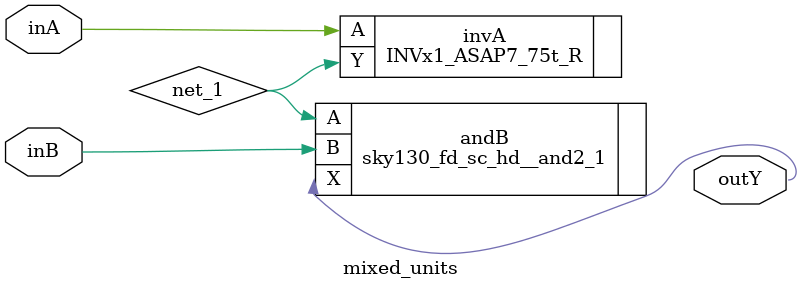
<source format=v>
module mixed_units (
	input  wire inA,
	input  wire inB,
	output wire outY
);

wire net_1;

// Example ASAP7 inverter
INVx1_ASAP7_75t_R invA (
	.A (inA),
	.Y (net_1)
);

// Example SKY130 2-input AND
sky130_fd_sc_hd__and2_1 andB (
	.A (net_1),
	.B (inB),
	.X (outY)
);

endmodule
</source>
